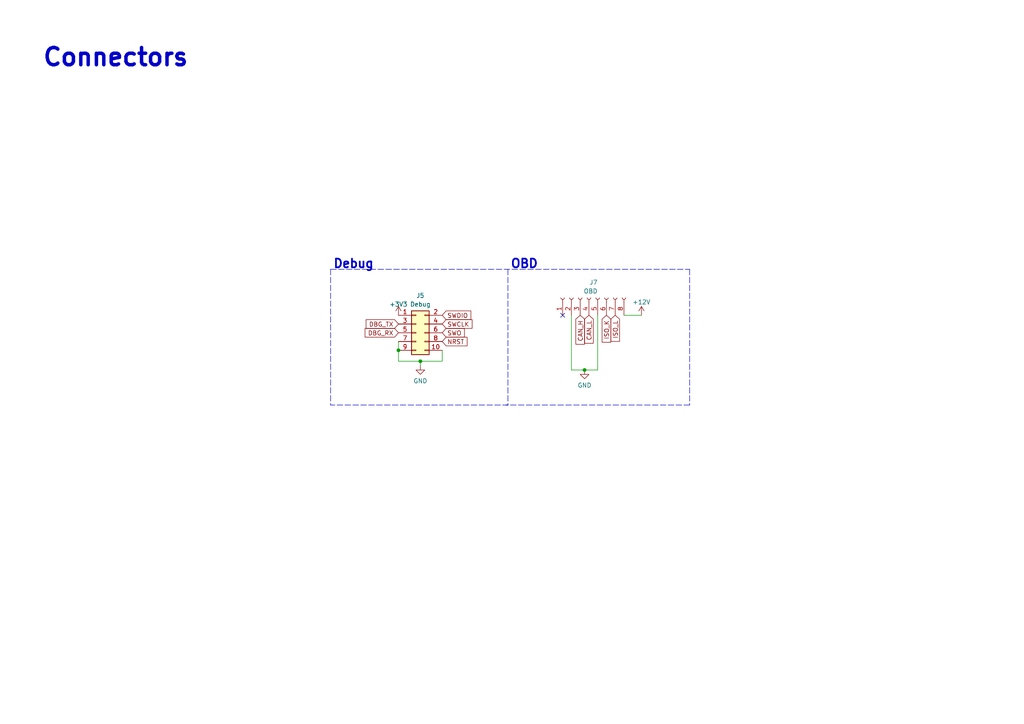
<source format=kicad_sch>
(kicad_sch (version 20230121) (generator eeschema)
  (paper "A4")
  (title_block (title "OBD Monitoring Device") (date "2023-02-27") (company "VUT"))
  (lib_symbols
    (symbol "Connector:Conn_01x08_Socket" (pin_names (offset 1.016) hide)
      (property "Reference" "J" (at 0 10.16 0))
      (property "Value" "Conn_01x08_Socket" (at 0 -12.7 0))
      (symbol "Conn_01x08_Socket_1_1"
        (arc (start 0 -9.652) (mid -0.5058 -10.16) (end 0 -10.668) (stroke (width 0.1524)))
        (arc (start 0 -7.112) (mid -0.5058 -7.62) (end 0 -8.128) (stroke (width 0.1524)))
        (arc (start 0 -4.572) (mid -0.5058 -5.08) (end 0 -5.588) (stroke (width 0.1524)))
        (arc (start 0 -2.032) (mid -0.5058 -2.54) (end 0 -3.048) (stroke (width 0.1524)))
        (polyline (pts (xy -1.27 -10.16) (xy -0.508 -10.16)) (stroke (width 0.1524)))
        (polyline (pts (xy -1.27 -7.62) (xy -0.508 -7.62)) (stroke (width 0.1524)))
        (polyline (pts (xy -1.27 -5.08) (xy -0.508 -5.08)) (stroke (width 0.1524)))
        (polyline (pts (xy -1.27 -2.54) (xy -0.508 -2.54)) (stroke (width 0.1524)))
        (polyline (pts (xy -1.27 0) (xy -0.508 0)) (stroke (width 0.1524)))
        (polyline (pts (xy -1.27 2.54) (xy -0.508 2.54)) (stroke (width 0.1524)))
        (polyline (pts (xy -1.27 5.08) (xy -0.508 5.08)) (stroke (width 0.1524)))
        (polyline (pts (xy -1.27 7.62) (xy -0.508 7.62)) (stroke (width 0.1524)))
        (arc (start 0 0.508) (mid -0.5058 0) (end 0 -0.508) (stroke (width 0.1524)))
        (arc (start 0 3.048) (mid -0.5058 2.54) (end 0 2.032) (stroke (width 0.1524)))
        (arc (start 0 5.588) (mid -0.5058 5.08) (end 0 4.572) (stroke (width 0.1524)))
        (arc (start 0 8.128) (mid -0.5058 7.62) (end 0 7.112) (stroke (width 0.1524)))
        (pin passive line (at -5.08 7.62 0) (length 3.81) (name "Pin_1") (number "1"))
        (pin passive line (at -5.08 5.08 0) (length 3.81) (name "Pin_2") (number "2"))
        (pin passive line (at -5.08 2.54 0) (length 3.81) (name "Pin_3") (number "3"))
        (pin passive line (at -5.08 0 0) (length 3.81) (name "Pin_4") (number "4"))
        (pin passive line (at -5.08 -2.54 0) (length 3.81) (name "Pin_5") (number "5"))
        (pin passive line (at -5.08 -5.08 0) (length 3.81) (name "Pin_6") (number "6"))
        (pin passive line (at -5.08 -7.62 0) (length 3.81) (name "Pin_7") (number "7"))
        (pin passive line (at -5.08 -10.16 0) (length 3.81) (name "Pin_8") (number "8"))
      )
    )
    (symbol "Connector_Generic:Conn_02x05_Odd_Even" (pin_names (offset 1.016) hide)
      (property "Reference" "J" (at 1.27 7.62 0))
      (property "Value" "Conn_02x05_Odd_Even" (at 1.27 -7.62 0))
      (symbol "Conn_02x05_Odd_Even_1_1"
        (rectangle (start -1.27 -4.953) (end 0 -5.207) (stroke (width 0.1524)))
        (rectangle (start -1.27 -2.413) (end 0 -2.667) (stroke (width 0.1524)))
        (rectangle (start -1.27 0.127) (end 0 -0.127) (stroke (width 0.1524)))
        (rectangle (start -1.27 2.667) (end 0 2.413) (stroke (width 0.1524)))
        (rectangle (start -1.27 5.207) (end 0 4.953) (stroke (width 0.1524)))
        (rectangle (start -1.27 6.35) (end 3.81 -6.35) (stroke (width 0.254)) (fill (type background)))
        (rectangle (start 3.81 -4.953) (end 2.54 -5.207) (stroke (width 0.1524)))
        (rectangle (start 3.81 -2.413) (end 2.54 -2.667) (stroke (width 0.1524)))
        (rectangle (start 3.81 0.127) (end 2.54 -0.127) (stroke (width 0.1524)))
        (rectangle (start 3.81 2.667) (end 2.54 2.413) (stroke (width 0.1524)))
        (rectangle (start 3.81 5.207) (end 2.54 4.953) (stroke (width 0.1524)))
        (pin passive line (at -5.08 5.08 0) (length 3.81) (name "Pin_1") (number "1"))
        (pin passive line (at 7.62 -5.08 180) (length 3.81) (name "Pin_10") (number "10"))
        (pin passive line (at 7.62 5.08 180) (length 3.81) (name "Pin_2") (number "2"))
        (pin passive line (at -5.08 2.54 0) (length 3.81) (name "Pin_3") (number "3"))
        (pin passive line (at 7.62 2.54 180) (length 3.81) (name "Pin_4") (number "4"))
        (pin passive line (at -5.08 0 0) (length 3.81) (name "Pin_5") (number "5"))
        (pin passive line (at 7.62 0 180) (length 3.81) (name "Pin_6") (number "6"))
        (pin passive line (at -5.08 -2.54 0) (length 3.81) (name "Pin_7") (number "7"))
        (pin passive line (at 7.62 -2.54 180) (length 3.81) (name "Pin_8") (number "8"))
        (pin passive line (at -5.08 -5.08 0) (length 3.81) (name "Pin_9") (number "9"))
      )
    )
    (symbol "power:+12V" (power) (pin_names (offset 0))
      (property "Value" "+12V" (at 0 3.556 0))
      (symbol "+12V_0_1"
        (polyline (pts (xy -0.762 1.27) (xy 0 2.54)))
        (polyline (pts (xy 0 0) (xy 0 2.54)))
        (polyline (pts (xy 0 2.54) (xy 0.762 1.27)))
      )
      (symbol "+12V_1_1"
        (pin power_in line (at 0 0 90) (length 0) hide (name "+12V") (number "1"))
      )
    )
    (symbol "power:+3V3" (power) (pin_names (offset 0))
      (property "Value" "+3V3" (at 0 3.556 0))
      (symbol "+3V3_0_1"
        (polyline (pts (xy -0.762 1.27) (xy 0 2.54)))
        (polyline (pts (xy 0 0) (xy 0 2.54)))
        (polyline (pts (xy 0 2.54) (xy 0.762 1.27)))
      )
      (symbol "+3V3_1_1"
        (pin power_in line (at 0 0 90) (length 0) hide (name "+3V3") (number "1"))
      )
    )
    (symbol "power:GND" (power) (pin_names (offset 0))
      (property "Value" "GND" (at 0 -3.81 0))
      (symbol "GND_0_1"
        (polyline (pts (xy 0 0) (xy 0 -1.27) (xy 1.27 -1.27) (xy 0 -2.54) (xy -1.27 -1.27) (xy 0 -1.27)))
      )
      (symbol "GND_1_1"
        (pin power_in line (at 0 0 270) (length 0) hide (name "GND") (number "1"))
      )
    )
  )
  (junction (at 169.545 107.315))
  (junction (at 115.57 101.6))
  (junction (at 121.92 104.775))
  (no_connect (at 163.195 91.44))
  (polyline (pts (xy 200.025 78.105) (xy 200.025 117.475)) (stroke (width 0) (type dash)))
  (wire (pts (xy 180.975 91.44) (xy 186.055 91.44)))
  (wire (pts (xy 169.545 107.315) (xy 173.355 107.315)))
  (wire (pts (xy 115.57 104.775) (xy 115.57 101.6)))
  (polyline (pts (xy 147.32 117.475) (xy 146.685 117.475)))
  (wire (pts (xy 169.545 107.315) (xy 165.735 107.315)))
  (wire (pts (xy 115.57 99.06) (xy 115.57 101.6)))
  (wire (pts (xy 121.92 106.045) (xy 121.92 104.775)))
  (polyline (pts (xy 147.32 78.105) (xy 147.32 117.475)) (stroke (width 0) (type dash)))
  (wire (pts (xy 121.92 104.775) (xy 115.57 104.775)))
  (wire (pts (xy 165.735 107.315) (xy 165.735 91.44)))
  (wire (pts (xy 128.27 101.6) (xy 128.27 104.775)))
  (wire (pts (xy 173.355 91.44) (xy 173.355 107.315)))
  (polyline (pts (xy 95.885 78.105) (xy 200.025 78.105)) (stroke (width 0) (type dash)))
  (polyline (pts (xy 200.025 117.475) (xy 95.885 117.475)) (stroke (width 0) (type dash)))
  (wire (pts (xy 128.27 104.775) (xy 121.92 104.775)))
  (polyline (pts (xy 95.885 78.105) (xy 95.885 117.475)) (stroke (width 0) (type dash)))
  (text "Debug" (at 96.52 78.105 0) (effects (font (size 2.5 2.5) bold) (justify left bottom)))
  (text "OBD" (at 147.955 78.105 0) (effects (font (size 2.5 2.5) bold) (justify left bottom)))
  (text "Connectors" (at 12.065 19.685 0) (effects (font (size 5 5) bold) (justify left bottom)))
  (global_label "SWCLK" (shape input) (at 128.27 93.98 0) (property "Intersheetrefs" "${INTERSHEET_REFS}" (effects hide)))
  (global_label "DBG_RX" (shape input) (at 115.57 96.52 180) (property "Intersheetrefs" "${INTERSHEET_REFS}" (effects hide)))
  (global_label "CAN_H" (shape input) (at 168.275 91.44 270) (property "Intersheetrefs" "${INTERSHEET_REFS}" (effects hide)))
  (global_label "ISO_K" (shape input) (at 175.895 91.44 270) (property "Intersheetrefs" "${INTERSHEET_REFS}" (effects hide)))
  (global_label "ISO_L" (shape input) (at 178.435 91.44 270) (property "Intersheetrefs" "${INTERSHEET_REFS}" (effects hide)))
  (global_label "DBG_TX" (shape input) (at 115.57 93.98 180) (property "Intersheetrefs" "${INTERSHEET_REFS}" (effects hide)))
  (global_label "CAN_L" (shape input) (at 170.815 91.44 270) (property "Intersheetrefs" "${INTERSHEET_REFS}" (effects hide)))
  (global_label "SWO" (shape input) (at 128.27 96.52 0) (property "Intersheetrefs" "${INTERSHEET_REFS}" (effects hide)))
  (global_label "SWDIO" (shape input) (at 128.27 91.44 0) (property "Intersheetrefs" "${INTERSHEET_REFS}" (effects hide)))
  (global_label "NRST" (shape input) (at 128.27 99.06 0) (property "Intersheetrefs" "${INTERSHEET_REFS}" (effects hide)))
  (symbol (lib_id "power:+12V") (at 186.055 91.44 0) (unit 1)
    (property "Reference" "#PWR063" (effects hide))
    (property "Value" "+12V" (at 186.055 87.63 0))
  )
  (symbol (lib_id "Connector_Generic:Conn_02x05_Odd_Even") (at 120.65 96.52 0) (unit 1)
    (property "Reference" "J5" (at 121.92 85.725 0))
    (property "Value" "Debug" (at 121.92 88.265 0))
  )
  (symbol (lib_id "Connector:Conn_01x08_Socket") (at 170.815 86.36 90) (unit 1)
    (property "Reference" "J7" (at 173.355 81.915 90) (effects (justify left)))
    (property "Value" "OBD" (at 173.355 84.455 90) (effects (justify left)))
  )
  (symbol (lib_id "power:GND") (at 169.545 107.315 0) (unit 1)
    (property "Reference" "#PWR064" (effects hide))
    (property "Value" "GND" (at 169.545 111.76 0))
  )
  (symbol (lib_id "power:+3V3") (at 115.57 91.44 0) (unit 1)
    (property "Reference" "#PWR058" (effects hide))
    (property "Value" "+3V3" (at 115.57 88.265 0))
  )
  (symbol (lib_id "power:GND") (at 121.92 106.045 0) (unit 1)
    (property "Reference" "#PWR057" (effects hide))
    (property "Value" "GND" (at 121.92 110.49 0))
  )
)
</source>
